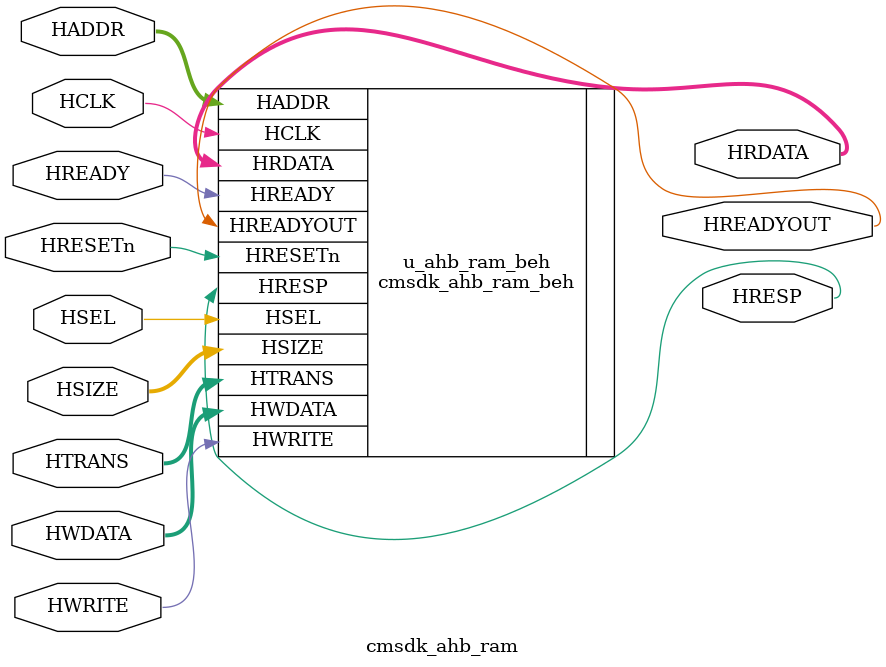
<source format=v>
`include "cmsdk_ahb_memory_models_defs.v"
`include "cmsdk_ahb_ram_beh.v"
module cmsdk_ahb_ram #(
  parameter MEM_TYPE = 1, // Memory Type : Default to behavioral memory
  parameter AW       = 16,// Address width
  parameter filename = "",
  parameter WS_N     = 4, // First access wait state
  parameter WS_S     = 4  // Subsequent access wait state
 )
 (
  input  wire          HCLK,    // Clock
  input  wire          HRESETn, // Reset
  // AHB inputs
  input  wire          HSEL,    // Device select
  input  wire [AW-1:0] HADDR,   // Address
  input  wire [1:0]    HTRANS,  // Transfer control
  input  wire [2:0]    HSIZE,   // Transfer size
  input  wire          HWRITE,  // Write control
  input  wire [31:0]   HWDATA,  // Write data
  input  wire          HREADY,  // Transfer phase done
  // AHB Outputs
  output wire          HREADYOUT, // Device ready
  output wire [31:0]   HRDATA,  // Read data output
  output wire          HRESP);  // Device response (always OKAY)

  //----------------------------------------------------------------
  // AHB_RAM_NONE : Memory not present

/*  generate if (MEM_TYPE == `AHB_RAM_NONE) begin
    assign HREADYOUT = 1'b1;
    assign HRDATA    = {32{1'b0}};
    assign HRESP     = 1'b0;
  end endgenerate
*/
  //----------------------------------------------------------------
  // AHB_RAM_BEH_MODEL : Simple behavioral model (default)

 // generate if (MEM_TYPE == `AHB_RAM_BEH_MODEL) begin
  // Behavioral SRAM model
  cmsdk_ahb_ram_beh
  #(.AW(AW),
    .filename(filename),
    .WS_N(WS_N),
    .WS_S(WS_S)
    )
  u_ahb_ram_beh (
    .HCLK       (HCLK),
    .HRESETn    (HRESETn),
    .HSEL       (HSEL),  // AHB inputs
    .HADDR      (HADDR),
    .HTRANS     (HTRANS),
    .HSIZE      (HSIZE),
    .HWRITE     (HWRITE),
    .HWDATA     (HWDATA),
    .HREADY     (HREADY),

    .HREADYOUT  (HREADYOUT), // Outputs
    .HRDATA     (HRDATA),
    .HRESP      (HRESP)
  );
//  end endgenerate

  //----------------------------------------------------------------
  // AHB_RAM_FPGA_SRAM_MODEL :
  //    behavioral model of simple ASIC/FPGA SRAM model with AHB wrapper

  /*generate if (MEM_TYPE == `AHB_RAM_FPGA_SRAM_MODEL) begin
  // wires for SRAM interface
  wire  [AW-3:0] SRAMADDR;
  wire    [31:0] SRAMWDATA;
  wire    [31:0] SRAMRDATA;
  wire     [3:0] SRAMWEN;
  wire           SRAMCS;

  // AHB to SRAM bridge
  cmsdk_ahb_to_sram #(.AW(AW)) u_ahb_to_sram
  (
    // AHB Inputs
    .HCLK       (HCLK),
    .HRESETn    (HRESETn),
    .HSEL       (HSEL),  // AHB inputs
    .HADDR      (HADDR),
    .HTRANS     (HTRANS),
    .HSIZE      (HSIZE),
    .HWRITE     (HWRITE),
    .HWDATA     (HWDATA),
    .HREADY     (HREADY),

    // AHB Outputs
    .HREADYOUT  (HREADYOUT), // Outputs
    .HRDATA     (HRDATA),
    .HRESP      (HRESP),

   // SRAM input
    .SRAMRDATA  (SRAMRDATA),
   // SRAM Outputs
    .SRAMADDR   (SRAMADDR),
    .SRAMWDATA  (SRAMWDATA),
    .SRAMWEN    (SRAMWEN),
    .SRAMCS     (SRAMCS)
   );

  // SRAM model
  cmsdk_fpga_sram #(.AW(AW)) u_fpga_sram
   (
   // SRAM Inputs
    .CLK        (HCLK),
    .ADDR       (SRAMADDR),
    .WDATA      (SRAMWDATA),
    .WREN       (SRAMWEN),
    .CS         (SRAMCS),
   // SRAM Outputs
    .RDATA      (SRAMRDATA)
   );
  end endgenerate

  //----------------------------------------------------------------
  // AHB_RAM_EXT_SRAM16_MODEL :
  //    behavioral model of 16-bit external SRAM with AHB to external RAM interface
  //
  //    Note    : for benchmarking using 16-bit external asynchronous SRAM.
  //              In real application the 16-bit external SRAM will be off chip
  //

  generate if (MEM_TYPE == `AHB_RAM_EXT_SRAM16_MODEL) begin
  // wires for external SRAM interface
  wire    [AW-1:0]  EMIADDR;  // External memory interface address
  wire    [15:0]  EMIDATA;  // External memory interface data (bi-directional)
  wire    [15:0]  EMIDATAIN;
  wire    [15:0]  EMIDATAOUT;
  wire            EMIDATAOEn;
  wire            EMIWEn;   // Write enable (active low)
  wire            EMIOEn;   // Output enable (active low)
  wire            EMICEn;   // Chip enable (active low)
  wire            EMILBn;   // Lower byte strobe (active low)
  wire            EMIUBn;   // Upper byte strobe (active low)

  wire    [2:0]   CFGREADCYCLE;
  wire    [2:0]   CFGWRITECYCLE;
  wire    [2:0]   CFGTURNAROUNDCYCLE;
  wire            CFGSIZE;

  assign  CFGSIZE            = 1'b1; // 16-bit
  assign  CFGREADCYCLE       = WS_N;
  assign  CFGWRITECYCLE      = WS_N;
  assign  CFGTURNAROUNDCYCLE = WS_N;

  // interface to external SRAM
  cmsdk_ahb_to_extmem16
    #(.AW (AW))
    u_ahb_to_extmem16 (
    .HCLK         (HCLK),
    .HRESETn      (HRESETn),

    .HSEL         (HSEL),       // AHB inputs
    .HADDR        (HADDR[AW-1:0]),
    .HTRANS       (HTRANS),
    .HSIZE        (HSIZE),
    .HWRITE       (HWRITE),
    .HWDATA       (HWDATA),
    .HREADY       (HREADY),

    .HREADYOUT    (HREADYOUT), // AHB Outputs
    .HRDATA       (HRDATA),
    .HRESP        (HRESP),

     // Configuration signals
    .CFGREADCYCLE      (CFGREADCYCLE),   // Read cycle
    .CFGWRITECYCLE     (CFGWRITECYCLE),  // Write cycle
    .CFGTURNAROUNDCYCLE(CFGTURNAROUNDCYCLE),  // Turn around cycle
    .CFGSIZE           (CFGSIZE),     // Size (0 = 8-bit, 1 = 16-bit)

     // External memory
    .DATAIN       (EMIDATAIN),      // data input

    .ADDR         (EMIADDR[AW-1:0]),        // address output
    .DATAOUT      (EMIDATAOUT),     // data output
    .DATAOEn      (EMIDATAOEn),     // output enable (active low)
    .WEn          (EMIWEn),         // write control (active low)
    .OEn          (EMIOEn),         // read control  (active low)
    .CEn          (EMICEn),         // Chip Enable   (active low)
    .LBn          (EMILBn),         // Lower Byte    (active low)
    .UBn          (EMIUBn)          // Upper Byte    (active low)
  );

  /* Tristate buffer for data */
 /* assign EMIDATAIN = EMIDATA;
  assign EMIDATA   = (EMIDATAOEn==1'b0) ? EMIDATAOUT : {16{1'bz}};

  // 16-bit SRAM model
  cmsdk_sram256x16
    #(.AW(AW))
    u_sram256x16 (
    .Address  (EMIADDR[AW-1:0]),
    .DataIO   (EMIDATA),
    .WEn      (EMIWEn),
    .OEn      (EMIOEn),
    .CEn      (EMICEn),
    .LBn      (EMILBn),
    .UBn      (EMIUBn)
    );

  end endgenerate

  //----------------------------------------------------------------
  // AHB_RAM_EXT_SRAM8_MODEL :
  //    behavioral model of 8-bit external SRAM with AHB to external RAM interface
  //
  //    Note    : for benchmarking using 8-bit external asynchronous SRAM.
  //              In real application the 8-bit external SRAM will be off chip
  //

  generate if (MEM_TYPE == `AHB_RAM_EXT_SRAM8_MODEL) begin
  // wires for external SRAM interface
  wire    [AW-1:0]  EMIADDR;  // External memory interface address
  wire    [15:0]  EMIDATA;  // External memory interface data (bi-directional)
  wire    [15:0]  EMIDATAIN;
  wire    [15:0]  EMIDATAOUT;
  wire            EMIDATAOEn;
  wire            EMIWEn;   // Write enable (active low)
  wire            EMIOEn;   // Output enable (active low)
  wire            EMICEn;   // Chip enable (active low)
  wire            EMILBn;   // Lower byte strobe (active low)
  wire            EMIUBn;   // Upper byte strobe (active low)

  wire    [2:0]   CFGREADCYCLE;
  wire    [2:0]   CFGWRITECYCLE;
  wire    [2:0]   CFGTURNAROUNDCYCLE;
  wire            CFGSIZE;

  assign  CFGSIZE            = 1'b0; // 8-bit
  assign  CFGREADCYCLE       = WS_N;
  assign  CFGWRITECYCLE      = WS_N;
  assign  CFGTURNAROUNDCYCLE = WS_N;

  // interface to external SRAM
  cmsdk_ahb_to_extmem16
    #(.AW (AW))
    u_ahb_to_extmem16 (
    .HCLK         (HCLK),
    .HRESETn      (HRESETn),

    .HSEL         (HSEL),       // AHB inputs
    .HADDR        (HADDR[AW-1:0]),
    .HTRANS       (HTRANS),
    .HSIZE        (HSIZE),
    .HWRITE       (HWRITE),
    .HWDATA       (HWDATA),
    .HREADY       (HREADY),

    .HREADYOUT    (HREADYOUT), // AHB Outputs
    .HRDATA       (HRDATA),
    .HRESP        (HRESP),

     // Configuration signals
    .CFGREADCYCLE      (CFGREADCYCLE),   // Read cycle
    .CFGWRITECYCLE     (CFGWRITECYCLE),  // Write cycle
    .CFGTURNAROUNDCYCLE(CFGTURNAROUNDCYCLE),  // Turn around cycle
    .CFGSIZE           (CFGSIZE),     // Size (0 = 8-bit, 1 = 16-bit)

     // External memory
    .DATAIN       (EMIDATAIN),      // data input

    .ADDR         (EMIADDR[AW-1:0]),// address output
    .DATAOUT      (EMIDATAOUT),     // data output
    .DATAOEn      (EMIDATAOEn),     // output enable (active low)
    .WEn          (EMIWEn),         // write control (active low)
    .OEn          (EMIOEn),         // read control  (active low)
    .CEn          (EMICEn),         // Chip Enable   (active low)
    .LBn          (EMILBn),         // Lower Byte    (active low)
    .UBn          (EMIUBn)          // Upper Byte    (active low)
  );

  /* Tristate buffer for data */
/*  assign EMIDATAIN = {8'h00, EMIDATA[7:0]};
  assign EMIDATA   = (EMIDATAOEn==1'b0) ? EMIDATAOUT : {16{1'bz}};

  // 8-bit SRAM model
  cmsdk_sram256x8
    #(.AW(AW))
    u_sram256x8 (
    .Address  (EMIADDR[AW-1:0]),
    .DataIO   (EMIDATA[7:0]),
    .WEn      (EMIWEn),
    .OEn      (EMIOEn),
    .CEn      (EMICEn)
    );

  end endgenerate

  //----------------------------------------------------------------*/


endmodule


</source>
